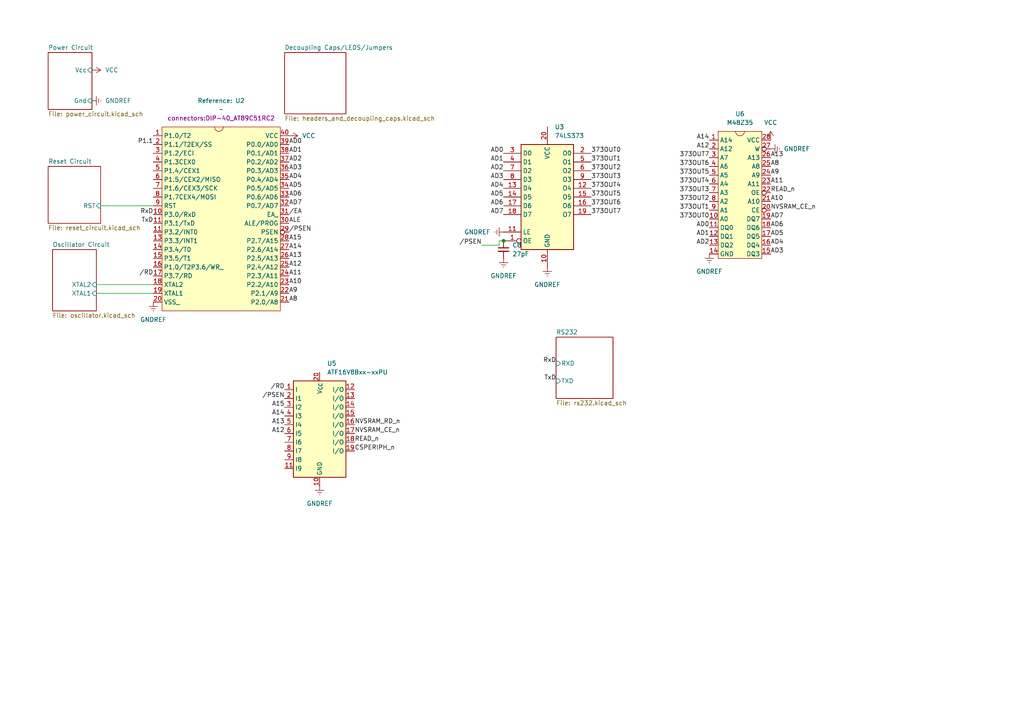
<source format=kicad_sch>
(kicad_sch (version 20250114) (generator "eeschema") (generator_version "9.0")
  (paper "A4")
  (lib_symbols
    (symbol "74xx:74LS373"
      (property "Reference" "U" (at -7.62 16.51 0))
      (property "Value" "74LS373" (at -7.62 -16.51 0))
      (symbol "74LS373_1_0"
        (pin input line (at -12.7 12.7 0) (length 5.08) (name "D0") (number "3"))
        (pin input line (at -12.7 10.16 0) (length 5.08) (name "D1") (number "4"))
        (pin input line (at -12.7 7.62 0) (length 5.08) (name "D2") (number "7"))
        (pin input line (at -12.7 5.08 0) (length 5.08) (name "D3") (number "8"))
        (pin input line (at -12.7 2.54 0) (length 5.08) (name "D4") (number "13"))
        (pin input line (at -12.7 0 0) (length 5.08) (name "D5") (number "14"))
        (pin input line (at -12.7 -2.54 0) (length 5.08) (name "D6") (number "17"))
        (pin input line (at -12.7 -5.08 0) (length 5.08) (name "D7") (number "18"))
        (pin input line (at -12.7 -10.16 0) (length 5.08) (name "LE") (number "11"))
        (pin input inverted (at -12.7 -12.7 0) (length 5.08) (name "OE") (number "1"))
        (pin power_in line (at 0 20.32 270) (length 5.08) (name "VCC") (number "20"))
        (pin power_in line (at 0 -20.32 90) (length 5.08) (name "GND") (number "10"))
        (pin tri_state line (at 12.7 12.7 180) (length 5.08) (name "O0") (number "2"))
        (pin tri_state line (at 12.7 10.16 180) (length 5.08) (name "O1") (number "5"))
        (pin tri_state line (at 12.7 7.62 180) (length 5.08) (name "O2") (number "6"))
        (pin tri_state line (at 12.7 5.08 180) (length 5.08) (name "O3") (number "9"))
        (pin tri_state line (at 12.7 2.54 180) (length 5.08) (name "O4") (number "12"))
        (pin tri_state line (at 12.7 0 180) (length 5.08) (name "O5") (number "15"))
        (pin tri_state line (at 12.7 -2.54 180) (length 5.08) (name "O6") (number "16"))
        (pin tri_state line (at 12.7 -5.08 180) (length 5.08) (name "O7") (number "19"))
      )
      (symbol "74LS373_1_1"
        (rectangle (start -7.62 15.24) (end 7.62 -15.24) (stroke (width 0.254)) (fill (type background)))
      )
    )
    (symbol "Device:C_Small" (pin_numbers (hide yes)) (pin_names (offset 0.254) (hide yes))
      (property "Reference" "C" (at 0.254 1.778 0))
      (property "Value" "C_Small" (at 0.254 -2.032 0))
      (symbol "C_Small_0_1"
        (polyline (pts (xy -1.524 0.508) (xy 1.524 0.508)) (stroke (width 0.3048)))
        (polyline (pts (xy -1.524 -0.508) (xy 1.524 -0.508)) (stroke (width 0.3302)))
      )
      (symbol "C_Small_1_1"
        (pin passive line (at 0 2.54 270) (length 2.032) (name "~") (number "1"))
        (pin passive line (at 0 -2.54 90) (length 2.032) (name "~") (number "2"))
      )
    )
    (symbol "ESD:AT89C51RC2"
      (property "Reference" "U" (at 0 6.35 0) (show_name))
      (property "Footprint" "connectors:DIP-40_AT89C51RC2" (at 16.51 1.27 0))
      (symbol "AT89C51RC2_1_1"
        (rectangle (start 0 0) (end 34.29 -53.34) (fill (type background)))
        (arc (start 16.51 -1.27) (mid 15.612 -0.898) (end 15.24 0))
        (arc (start 17.78 0) (mid 17.408 -0.898) (end 16.51 -1.27))
        (pin bidirectional line (at -2.54 -2.54 0) (length 2.54) (name "P1.0/T2") (number "1"))
        (pin bidirectional line (at -2.54 -5.08 0) (length 2.54) (name "P1.1/T2EX/SS") (number "2"))
        (pin bidirectional line (at -2.54 -7.62 0) (length 2.54) (name "P1.2/ECI") (number "3"))
        (pin bidirectional line (at -2.54 -10.16 0) (length 2.54) (name "P1.3CEX0") (number "4"))
        (pin bidirectional line (at -2.54 -12.7 0) (length 2.54) (name "P1.4/CEX1") (number "5"))
        (pin bidirectional line (at -2.54 -15.24 0) (length 2.54) (name "P1.5/CEX2/MISO") (number "6"))
        (pin bidirectional line (at -2.54 -17.78 0) (length 2.54) (name "P1.6/CEX3/SCK") (number "7"))
        (pin bidirectional line (at -2.54 -20.32 0) (length 2.54) (name "P1.7CEX4/MOSI") (number "8"))
        (pin bidirectional line (at -2.54 -22.86 0) (length 2.54) (name "RST") (number "9"))
        (pin input line (at -2.54 -25.4 0) (length 2.54) (name "P3.0/RxD") (number "10"))
        (pin output line (at -2.54 -27.94 0) (length 2.54) (name "P3.1/TxD") (number "11"))
        (pin bidirectional line (at -2.54 -30.48 0) (length 2.54) (name "P3.2/INT0") (number "11"))
        (pin bidirectional line (at -2.54 -33.02 0) (length 2.54) (name "P3.3/INT1") (number "13"))
        (pin bidirectional line (at -2.54 -35.56 0) (length 2.54) (name "P3.4/T0") (number "14"))
        (pin bidirectional line (at -2.54 -38.1 0) (length 2.54) (name "P3.5/T1") (number "15"))
        (pin bidirectional line (at -2.54 -40.64 0) (length 2.54) (name "P1.0/T2P3.6/WR_") (number "16"))
        (pin bidirectional line (at -2.54 -43.18 0) (length 2.54) (name "P3.7/RD") (number "17"))
        (pin unspecified line (at -2.54 -45.72 0) (length 2.54) (name "XTAL2") (number "18"))
        (pin unspecified line (at -2.54 -48.26 0) (length 2.54) (name "XTAL1") (number "19"))
        (pin unspecified line (at -2.54 -50.8 0) (length 2.54) (name "VSS_") (number "20"))
        (pin power_in line (at 36.83 -2.54 180) (length 2.54) (name "VCC") (number "40"))
        (pin bidirectional line (at 36.83 -5.08 180) (length 2.54) (name "P0.0/AD0") (number "39"))
        (pin bidirectional line (at 36.83 -7.62 180) (length 2.54) (name "P0.1/AD1") (number "38"))
        (pin bidirectional line (at 36.83 -10.16 180) (length 2.54) (name "P0.2/AD2") (number "37"))
        (pin bidirectional line (at 36.83 -12.7 180) (length 2.54) (name "P0.3/AD3") (number "36"))
        (pin bidirectional line (at 36.83 -15.24 180) (length 2.54) (name "P0.4/AD4") (number "35"))
        (pin bidirectional line (at 36.83 -17.78 180) (length 2.54) (name "P0.5/AD5") (number "34"))
        (pin bidirectional line (at 36.83 -20.32 180) (length 2.54) (name "P0.6/AD6") (number "33"))
        (pin bidirectional line (at 36.83 -22.86 180) (length 2.54) (name "P0.7/AD7") (number "32"))
        (pin input line (at 36.83 -25.4 180) (length 2.54) (name "EA_") (number "31"))
        (pin input line (at 36.83 -27.94 180) (length 2.54) (name "ALE/PROG") (number "30"))
        (pin input inverted (at 36.83 -30.48 180) (length 2.54) (name "PSEN") (number "29"))
        (pin bidirectional line (at 36.83 -33.02 180) (length 2.54) (name "P2.7/A15") (number "28"))
        (pin bidirectional line (at 36.83 -35.56 180) (length 2.54) (name "P2.6/A14") (number "27"))
        (pin bidirectional line (at 36.83 -38.1 180) (length 2.54) (name "P2.5/A13") (number "26"))
        (pin bidirectional line (at 36.83 -40.64 180) (length 2.54) (name "P2.4/A12") (number "25"))
        (pin bidirectional line (at 36.83 -43.18 180) (length 2.54) (name "P2.3/A11") (number "24"))
        (pin bidirectional line (at 36.83 -45.72 180) (length 2.54) (name "P2.2/A10") (number "23"))
        (pin bidirectional line (at 36.83 -48.26 180) (length 2.54) (name "P2.1/A9") (number "22"))
        (pin bidirectional line (at 36.83 -50.8 180) (length 2.54) (name "P2.0/A8") (number "21"))
      )
    )
    (symbol "ESD:M48z35"
      (property "Reference" "U6" (at 6.35 5.08 0))
      (property "Value" "M48Z35" (at 6.35 2.54 0))
      (symbol "M48z35_0_1"
        (arc (start 7.644 -0.024) (mid 7.2652 -0.9152) (end 6.374 -1.294))
        (arc (start 6.3543 -1.2743) (mid 5.456 -0.9024) (end 5.0843 -0.0043))
        (arc (start 8.89 -2.54) (mid 8.89 -2.54) (end 8.89 -2.54))
      )
      (symbol "M48z35_1_0"
        (pin input line (at -2.54 -2.54 0) (length 2.54) (name "A14") (number "1"))
        (pin input line (at -2.54 -5.08 0) (length 2.54) (name "A12") (number "2"))
        (pin input line (at -2.54 -7.62 0) (length 2.54) (name "A7") (number "3"))
        (pin input line (at -2.54 -10.16 0) (length 2.54) (name "A6") (number "4"))
        (pin input line (at -2.54 -12.7 0) (length 2.54) (name "A5") (number "5"))
        (pin input line (at -2.54 -15.24 0) (length 2.54) (name "A4") (number "6"))
        (pin input line (at -2.54 -17.78 0) (length 2.54) (name "A3") (number "7"))
        (pin input line (at -2.54 -20.32 0) (length 2.54) (name "A2") (number "8"))
        (pin input line (at -2.54 -22.86 0) (length 2.54) (name "A1") (number "9"))
        (pin input line (at -2.54 -25.4 0) (length 2.54) (name "A0") (number "10"))
        (pin output line (at -2.54 -27.94 0) (length 2.54) (name "DQ0") (number "11"))
        (pin output line (at -2.54 -30.48 0) (length 2.54) (name "DQ1") (number "12"))
        (pin output line (at -2.54 -33.02 0) (length 2.54) (name "DQ2") (number "13"))
        (pin power_out line (at -2.54 -35.56 0) (length 2.54) (name "GND") (number "14"))
        (pin power_in line (at 15.24 -2.54 180) (length 2.54) (name "VCC") (number "28"))
        (pin input inverted (at 15.24 -5.08 180) (length 2.54) (name "W") (number "27"))
        (pin input line (at 15.24 -7.62 180) (length 2.54) (name "A13") (number "26"))
        (pin input line (at 15.24 -10.16 180) (length 2.54) (name "A8") (number "25"))
        (pin input line (at 15.24 -12.7 180) (length 2.54) (name "A9") (number "24"))
        (pin input line (at 15.24 -15.24 180) (length 2.54) (name "A11") (number "23"))
        (pin input inverted (at 15.24 -17.78 180) (length 2.54) (name "OE") (number "22"))
        (pin input line (at 15.24 -20.32 180) (length 2.54) (name "A10") (number "21"))
        (pin input inverted (at 15.24 -22.86 180) (length 2.54) (name "CE") (number "20"))
        (pin output line (at 15.24 -25.4 180) (length 2.54) (name "DQ7") (number "19"))
        (pin output line (at 15.24 -27.94 180) (length 2.54) (name "DQ6") (number "18"))
        (pin output line (at 15.24 -30.48 180) (length 2.54) (name "DQ5") (number "17"))
        (pin output line (at 15.24 -33.02 180) (length 2.54) (name "DQ4") (number "16"))
        (pin output line (at 15.24 -35.56 180) (length 2.54) (name "DQ3") (number "15"))
      )
      (symbol "M48z35_1_1"
        (rectangle (start 0 0) (end 12.7 -36.83) (fill (type background)))
      )
    )
    (symbol "Logic_Programmable:ATF16V8Bxx-xxPU"
      (property "Reference" "U" (at -7.366 16.764 0))
      (property "Value" "ATF16V8Bxx-xxPU" (at 1.27 16.764 0))
      (symbol "ATF16V8Bxx-xxPU_0_0"
        (pin power_in line (at 0 -15.24 90) (length 2.54) (name "GND") (number "10"))
      )
      (symbol "ATF16V8Bxx-xxPU_0_1"
        (rectangle (start -7.62 15.24) (end 7.62 -12.7) (stroke (width 0.254)) (fill (type background)))
      )
      (symbol "ATF16V8Bxx-xxPU_1_0"
        (pin power_in line (at 0 17.78 270) (length 2.54) (name "V_{CC}") (number "20"))
      )
      (symbol "ATF16V8Bxx-xxPU_1_1"
        (pin input line (at -10.16 12.7 0) (length 2.54) (name "I") (number "1"))
        (pin input line (at -10.16 10.16 0) (length 2.54) (name "I1") (number "2"))
        (pin input line (at -10.16 7.62 0) (length 2.54) (name "I2") (number "3"))
        (pin input line (at -10.16 5.08 0) (length 2.54) (name "I3") (number "4"))
        (pin input line (at -10.16 2.54 0) (length 2.54) (name "I4") (number "5"))
        (pin input line (at -10.16 0 0) (length 2.54) (name "I5") (number "6"))
        (pin input line (at -10.16 -2.54 0) (length 2.54) (name "I6") (number "7"))
        (pin input line (at -10.16 -5.08 0) (length 2.54) (name "I7") (number "8"))
        (pin input line (at -10.16 -7.62 0) (length 2.54) (name "I8") (number "9"))
        (pin input line (at -10.16 -10.16 0) (length 2.54) (name "I9") (number "11"))
        (pin bidirectional line (at 10.16 12.7 180) (length 2.54) (name "I/O") (number "12"))
        (pin bidirectional line (at 10.16 10.16 180) (length 2.54) (name "I/O") (number "13"))
        (pin bidirectional line (at 10.16 7.62 180) (length 2.54) (name "I/O") (number "14"))
        (pin bidirectional line (at 10.16 5.08 180) (length 2.54) (name "I/O") (number "15"))
        (pin bidirectional line (at 10.16 2.54 180) (length 2.54) (name "I/O") (number "16"))
        (pin bidirectional line (at 10.16 0 180) (length 2.54) (name "I/O") (number "17"))
        (pin bidirectional line (at 10.16 -2.54 180) (length 2.54) (name "I/O") (number "18"))
        (pin bidirectional line (at 10.16 -5.08 180) (length 2.54) (name "I/O") (number "19"))
      )
    )
    (symbol "power:GNDREF" (power) (pin_numbers (hide yes)) (pin_names (offset 0) (hide yes))
      (property "Value" "GNDREF" (at 0 -3.81 0))
      (symbol "GNDREF_0_1"
        (polyline (pts (xy -0.635 -1.905) (xy 0.635 -1.905)))
        (polyline (pts (xy -0.127 -2.54) (xy 0.127 -2.54)))
        (polyline (pts (xy 0 -1.27) (xy 0 0)))
        (polyline (pts (xy 1.27 -1.27) (xy -1.27 -1.27)))
      )
      (symbol "GNDREF_1_1"
        (pin power_in line (at 0 0 270) (length 0) (name "~") (number "1"))
      )
    )
    (symbol "power:VCC" (power) (pin_numbers (hide yes)) (pin_names (offset 0) (hide yes))
      (property "Value" "VCC" (at 0 3.556 0))
      (symbol "VCC_0_1"
        (polyline (pts (xy -0.762 1.27) (xy 0 2.54)))
        (polyline (pts (xy 0 2.54) (xy 0.762 1.27)))
        (polyline (pts (xy 0 0) (xy 0 2.54)))
      )
      (symbol "VCC_1_1"
        (pin power_in line (at 0 0 90) (length 0) (name "~") (number "1"))
      )
    )
  )
  (junction (at 146.05 69.85))
  (wire (pts (xy 27.94 85.09) (xy 44.45 85.09)))
  (wire (pts (xy 139.7 71.12) (xy 144.78 71.12)))
  (wire (pts (xy 144.78 69.85) (xy 146.05 69.85)))
  (wire (pts (xy 144.78 71.12) (xy 144.78 69.85)))
  (wire (pts (xy 44.45 82.55) (xy 27.94 82.55)))
  (wire (pts (xy 29.21 59.69) (xy 44.45 59.69)))
  (label "373OUT7" (at 171.45 62.23 0))
  (label "373OUT5" (at 205.74 50.8 180))
  (label "373OUT5" (at 171.45 57.15 0))
  (label "373OUT1" (at 205.74 60.96 180))
  (label "AD0" (at 146.05 44.45 180))
  (label "READ_n" (at 223.52 55.88 0))
  (label "NVSRAM_CE_n" (at 223.52 60.96 0))
  (label "AD6" (at 83.82 57.15 0))
  (label "A13" (at 223.52 45.72 0))
  (label "A8" (at 223.52 48.26 0))
  (label "A12" (at 82.55 125.73 180))
  (label "373OUT6" (at 205.74 48.26 180))
  (label "TxD" (at 161.29 110.49 180))
  (label "AD1" (at 146.05 46.99 180))
  (label "AD6" (at 146.05 59.69 180))
  (label "AD3" (at 146.05 52.07 180))
  (label "AD7" (at 83.82 59.69 0))
  (label "{slash}RD" (at 44.45 80.01 180))
  (label "AD2" (at 205.74 71.12 180))
  (label "AD4" (at 223.52 71.12 0))
  (label "NVSRAM_RD_n" (at 102.87 123.19 0))
  (label "373OUT3" (at 171.45 52.07 0))
  (label "A15" (at 83.82 69.85 0))
  (label "373OUT2" (at 171.45 49.53 0))
  (label "READ_n" (at 102.87 128.27 0))
  (label "A12" (at 83.82 77.47 0))
  (label "AD3" (at 223.52 73.66 0))
  (label "A11" (at 223.52 53.34 0))
  (label "A9" (at 223.52 50.8 0))
  (label "A14" (at 205.74 40.64 180))
  (label "A15" (at 82.55 118.11 180))
  (label "/PSEN" (at 83.82 67.31 0))
  (label "A12" (at 205.74 43.18 180))
  (label "A14" (at 83.82 72.39 0))
  (label "RxD" (at 161.29 105.41 180))
  (label "A10" (at 83.82 82.55 0))
  (label "AD0" (at 83.82 41.91 0))
  (label "AD5" (at 83.82 54.61 0))
  (label "NVSRAM_CE_n" (at 102.87 125.73 0))
  (label "373OUT3" (at 205.74 55.88 180))
  (label "AD5" (at 223.52 68.58 0))
  (label "AD1" (at 83.82 44.45 0))
  (label "373OUT2" (at 205.74 58.42 180))
  (label "373OUT1" (at 171.45 46.99 0))
  (label "AD7" (at 223.52 63.5 0))
  (label "P1.1" (at 44.45 41.91 180))
  (label "AD4" (at 83.82 52.07 0))
  (label "CSPERIPH_n" (at 102.87 130.81 0))
  (label "AD3" (at 83.82 49.53 0))
  (label "ALE" (at 83.82 64.77 0))
  (label "{slash}EA" (at 83.82 62.23 0))
  (label "AD7" (at 146.05 62.23 180))
  (label "A11" (at 83.82 80.01 0))
  (label "373OUT7" (at 205.74 45.72 180))
  (label "373OUT6" (at 171.45 59.69 0))
  (label "373OUT4" (at 205.74 53.34 180))
  (label "AD5" (at 146.05 57.15 180))
  (label "{slash}RD" (at 82.55 113.03 180))
  (label "AD6" (at 223.52 66.04 0))
  (label "RxD" (at 44.45 62.23 180))
  (label "373OUT4" (at 171.45 54.61 0))
  (label "A8" (at 83.82 87.63 0))
  (label "/PSEN" (at 82.55 115.57 180))
  (label "TxD" (at 44.45 64.77 180))
  (label "A14" (at 82.55 120.65 180))
  (label "A9" (at 83.82 85.09 0))
  (label "{slash}PSEN" (at 139.7 71.12 180))
  (label "AD1" (at 205.74 68.58 180))
  (label "AD2" (at 83.82 46.99 0))
  (label "A13" (at 83.82 74.93 0))
  (label "A10" (at 223.52 58.42 0))
  (label "AD4" (at 146.05 54.61 180))
  (label "A13" (at 82.55 123.19 180))
  (label "373OUT0" (at 205.74 63.5 180))
  (label "AD2" (at 146.05 49.53 180))
  (label "373OUT0" (at 171.45 44.45 0))
  (label "AD0" (at 205.74 66.04 180))
  (symbol (lib_id "power:VCC") (at 26.67 20.32 270) (mirror x) (unit 1)
    (property "Reference" "#PWR013" (effects (hide yes)))
    (property "Value" "VCC" (at 30.48 20.3199 90) (effects (justify left)))
    (property "Description" "Power symbol creates a global label with name \"VCC\"" (effects (hide yes)))
  )
  (symbol (lib_id "power:GNDREF") (at 92.71 140.97 0) (unit 1)
    (property "Reference" "#PWR012" (effects (hide yes)))
    (property "Value" "GNDREF" (at 92.71 146.05 0))
    (property "Description" "Power symbol creates a global label with name \"GNDREF\" , reference supply ground" (effects (hide yes)))
  )
  (symbol (lib_id "Logic_Programmable:ATF16V8Bxx-xxPU") (at 92.71 125.73 0) (unit 1)
    (property "Reference" "U5" (at 94.8533 105.41 0) (effects (justify left)))
    (property "Value" "ATF16V8Bxx-xxPU" (at 94.8533 107.95 0) (effects (justify left)))
    (property "Footprint" "Package_DIP:DIP-20_W7.62mm" (effects (hide yes)))
    (property "Datasheet" "https://ww1.microchip.com/downloads/en/DeviceDoc/Atmel-0364-PLD-ATF16V8B-8BQ-8BQL-Datasheet.pdf" (effects (hide yes)))
    (property "Description" "High-performance EE PLD, PAL Device Emulation / PAL Replacement, DIP-20" (effects (hide yes)))
  )
  (symbol (lib_id "power:GNDREF") (at 44.45 87.63 0) (unit 1)
    (property "Reference" "#PWR015" (effects (hide yes)))
    (property "Value" "GNDREF" (at 44.45 92.71 0))
    (property "Description" "Power symbol creates a global label with name \"GNDREF\" , reference supply ground" (effects (hide yes)))
  )
  (symbol (lib_id "power:GNDREF") (at 205.74 73.66 0) (unit 1)
    (property "Reference" "#PWR020" (effects (hide yes)))
    (property "Value" "GNDREF" (at 205.74 78.74 0))
    (property "Description" "Power symbol creates a global label with name \"GNDREF\" , reference supply ground" (effects (hide yes)))
  )
  (symbol (lib_id "power:GNDREF") (at 26.67 29.21 90) (unit 1)
    (property "Reference" "#PWR09" (effects (hide yes)))
    (property "Value" "GNDREF" (at 30.48 29.2099 90) (effects (justify right)))
    (property "Description" "Power symbol creates a global label with name \"GNDREF\" , reference supply ground" (effects (hide yes)))
  )
  (symbol (lib_id "74xx:74LS373") (at 158.75 57.15 0) (unit 1)
    (property "Reference" "U3" (at 160.8933 36.83 0) (effects (justify left)))
    (property "Value" "74LS373" (at 160.8933 39.37 0) (effects (justify left)))
    (property "Datasheet" "http://www.ti.com/lit/gpn/sn74LS373" (effects (hide yes)))
    (property "Description" "8-bit Latch, 3-state outputs" (effects (hide yes)))
  )
  (symbol (lib_id "power:GNDREF") (at 146.05 67.31 270) (unit 1)
    (property "Reference" "#PWR011" (effects (hide yes)))
    (property "Value" "GNDREF" (at 142.24 67.3099 90) (effects (justify right)))
    (property "Description" "Power symbol creates a global label with name \"GNDREF\" , reference supply ground" (effects (hide yes)))
  )
  (symbol (lib_id "power:GNDREF") (at 146.05 74.93 0) (unit 1)
    (property "Reference" "#PWR07" (effects (hide yes)))
    (property "Value" "GNDREF" (at 146.05 80.01 0))
    (property "Description" "Power symbol creates a global label with name \"GNDREF\" , reference supply ground" (effects (hide yes)))
  )
  (symbol (lib_id "power:VCC") (at 223.52 40.64 0) (unit 1)
    (property "Reference" "#PWR018" (effects (hide yes)))
    (property "Value" "VCC" (at 223.52 35.56 0))
    (property "Description" "Power symbol creates a global label with name \"VCC\"" (effects (hide yes)))
  )
  (symbol (lib_id "ESD:M48z35") (at 208.28 38.1 0) (unit 1)
    (property "Reference" "U6" (at 214.63 33.02 0))
    (property "Value" "M48Z35" (at 214.63 35.56 0))
  )
  (symbol (lib_id "power:GNDREF") (at 158.75 77.47 0) (unit 1)
    (property "Reference" "#PWR08" (effects (hide yes)))
    (property "Value" "GNDREF" (at 158.75 82.55 0))
    (property "Description" "Power symbol creates a global label with name \"GNDREF\" , reference supply ground" (effects (hide yes)))
  )
  (symbol (lib_id "Device:C_Small") (at 146.05 72.39 0) (unit 1)
    (property "Reference" "C8" (at 148.59 71.1262 0) (effects (justify left)))
    (property "Value" "27pF" (at 148.59 73.6662 0) (effects (justify left)))
    (property "Description" "Unpolarized capacitor, small symbol" (effects (hide yes)))
  )
  (symbol (lib_id "power:VCC") (at 83.82 39.37 270) (unit 1)
    (property "Reference" "#PWR017" (effects (hide yes)))
    (property "Value" "VCC" (at 87.63 39.3699 90) (effects (justify left)))
    (property "Description" "Power symbol creates a global label with name \"VCC\"" (effects (hide yes)))
  )
  (symbol (lib_id "power:GNDREF") (at 223.52 43.18 90) (unit 1)
    (property "Reference" "#PWR019" (effects (hide yes)))
    (property "Value" "GNDREF" (at 227.33 43.1799 90) (effects (justify right)))
    (property "Description" "Power symbol creates a global label with name \"GNDREF\" , reference supply ground" (effects (hide yes)))
  )
  (symbol (lib_id "ESD:AT89C51RC2") (at 46.99 36.83 0) (unit 1)
    (property "Reference" "U2" (at 64.135 29.21 0) (show_name yes))
    (property "Value" "~" (at 64.135 31.75 0))
    (property "Footprint" "connectors:DIP-40_AT89C51RC2" (at 64.135 34.29 0))
  )
  (sheet (at 82.55 15.24) (size 17.78 17.78) (stroke (width 0.1524))
    (property "Sheetname" "Decoupling Caps/LEDS/Jumpers" (at 82.55 14.5284 0) (effects (justify left bottom)))
    (property "Sheetfile" "headers_and_decoupling_caps.kicad_sch" (at 82.55 33.6046 0) (effects (justify left top)))
  )
  (sheet (at 13.97 15.24) (size 12.7 16.51) (stroke (width 0.1524))
    (property "Sheetname" "Power Circuit" (at 13.97 14.5284 0) (effects (justify left bottom)))
    (property "Sheetfile" "power_circuit.kicad_sch" (at 13.97 32.3346 0) (effects (justify left top)))
    (pin "Gnd" input (at 26.67 29.21 0))
    (pin "Vcc" input (at 26.67 20.32 0))
  )
  (sheet (at 161.29 97.79) (size 16.51 17.78) (stroke (width 0.1524))
    (property "Sheetname" "RS232" (at 161.29 97.0784 0) (effects (justify left bottom)))
    (property "Sheetfile" "rs232.kicad_sch" (at 161.29 116.1546 0) (effects (justify left top)))
    (pin "RXD" input (at 161.29 105.41 180))
    (pin "TXD" input (at 161.29 110.49 180))
  )
  (sheet (at 15.24 72.39) (size 12.7 17.78) (stroke (width 0.1524))
    (property "Sheetname" "Oscillator Circuit" (at 15.24 71.6784 0) (effects (justify left bottom)))
    (property "Sheetfile" "oscillator.kicad_sch" (at 15.24 90.7546 0) (effects (justify left top)))
    (pin "XTAL1" input (at 27.94 85.09 0))
    (pin "XTAL2" input (at 27.94 82.55 0))
  )
  (sheet (at 13.97 48.26) (size 15.24 16.51) (stroke (width 0.1524))
    (property "Sheetname" "Reset Circuit" (at 13.97 47.5484 0) (effects (justify left bottom)))
    (property "Sheetfile" "reset_circuit.kicad_sch" (at 13.97 65.3546 0) (effects (justify left top)))
    (pin "RST" input (at 29.21 59.69 0))
  )
)
</source>
